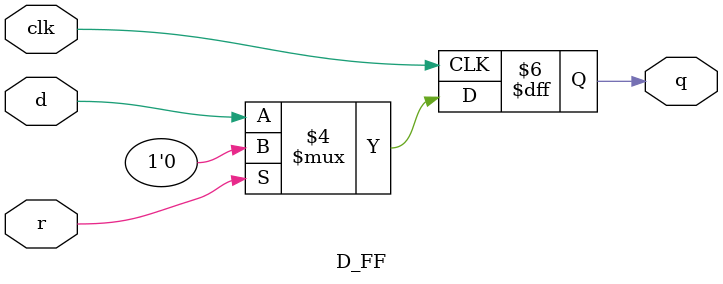
<source format=v>

module D_FF(clk,r,d,q);
	parameter width = 1;
	input clk,r;
	input [width-1:0] d;
	output reg [width-1:0] q = 0;
	always @(posedge clk) begin
		if(r) q<={width{1'b0}};
		else q <= d;
	end
endmodule


</source>
